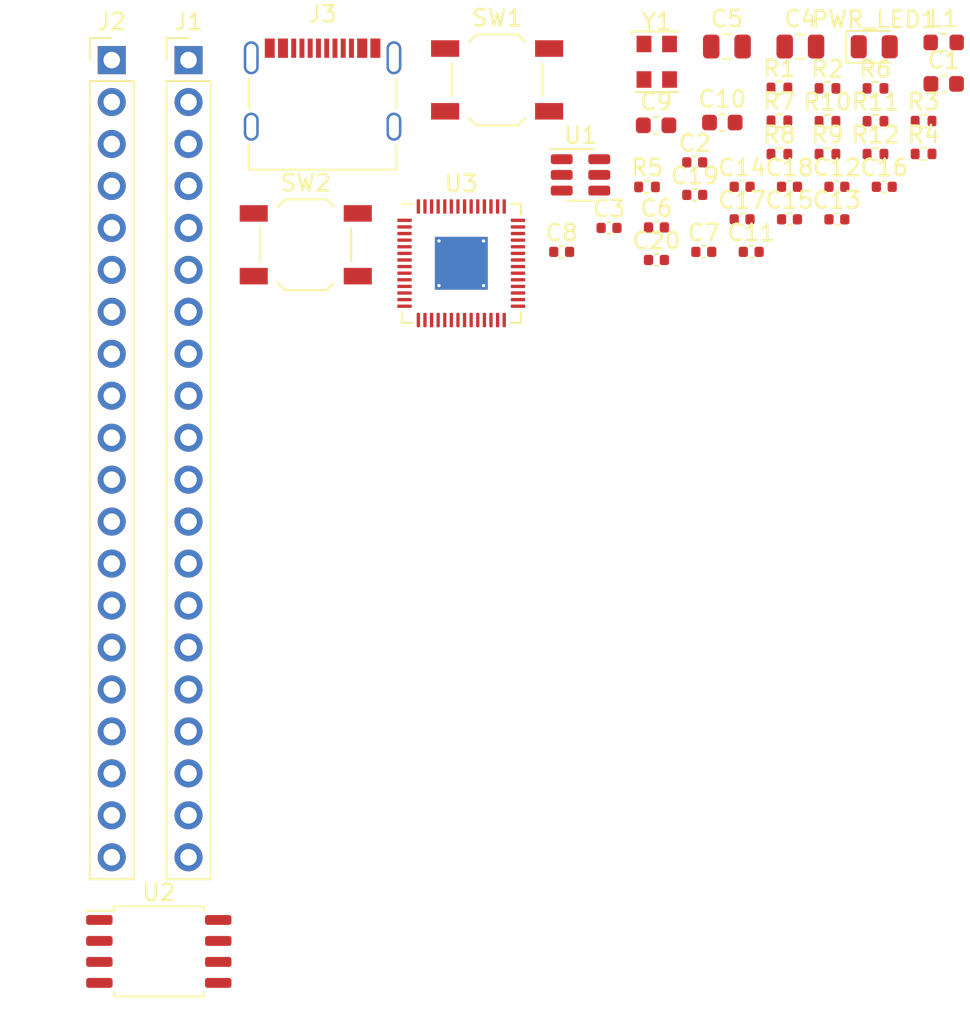
<source format=kicad_pcb>
(kicad_pcb (version 20211014) (generator pcbnew)
  (layers (0 "F.Cu" signal) (31 "B.Cu" signal) (34 "B.Paste" user) (35 "F.Paste" user) (36 "B.SilkS" user "B.Silkscreen") (37 "F.SilkS" user "F.Silkscreen") (38 "B.Mask" user) (39 "F.Mask" user) (44 "Edge.Cuts" user))
  (net 0 "")
  (net 1 "VCC")
  (net 2 "GND")
  (net 3 "Net-(C3-Pad1)")
  (net 4 "Net-(C3-Pad2)")
  (net 5 "+3.3V")
  (net 6 "Net-(C6-Pad1)")
  (net 7 "Net-(C6-Pad2)")
  (net 8 "+1V1")
  (net 9 "XIN")
  (net 10 "Net-(C20-Pad2)")
  (net 11 "GPIO0")
  (net 12 "GPIO1")
  (net 13 "GPIO2")
  (net 14 "GPIO3")
  (net 15 "GPIO4")
  (net 16 "GPIO5")
  (net 17 "GPIO6")
  (net 18 "GPIO7")
  (net 19 "GPIO8")
  (net 20 "GPIO9")
  (net 21 "GPIO10")
  (net 22 "GPIO11")
  (net 23 "GPIO12")
  (net 24 "GPIO13")
  (net 25 "GPIO14")
  (net 26 "GPIO15")
  (net 27 "GPIO16")
  (net 28 "GPIO17")
  (net 29 "GPIO18")
  (net 30 "GPIO19")
  (net 31 "GPIO20")
  (net 32 "GPIO21")
  (net 33 "GPIO22")
  (net 34 "GPIO23")
  (net 35 "GPIO24")
  (net 36 "GPIO25")
  (net 37 "GPIO26")
  (net 38 "GPIO27")
  (net 39 "GPIO28")
  (net 40 "GPIO29")
  (net 41 "RUN")
  (net 42 "SWCLK")
  (net 43 "SWD")
  (net 44 "Net-(J3-PadA5)")
  (net 45 "USB D+")
  (net 46 "USB D-")
  (net 48 "Net-(J3-PadB5)")
  (net 51 "Net-(PWR_LED1-Pad1)")
  (net 52 "/N_USB_D+")
  (net 53 "/N_USB_D-")
  (net 54 "QSPI CS")
  (net 55 "Net-(R8-Pad1)")
  (net 56 "XOUT")
  (net 58 "QSPI SD1")
  (net 59 "QSPI SD2")
  (net 60 "QSPI SD0")
  (net 61 "QSPI CLK")
  (net 62 "QSPI SD3")
  (footprint "Inductor_SMD:L_0603_1608Metric" (layer "F.Cu") (at 384.215 -89.245)
    (fp_text reference "L1" (at 0 -1.43) (layer "F.SilkS"))
    (fp_text value "10µ")
    (fp_line (start -0.162779 0.51) (end 0.162779 0.51) (layer "F.SilkS") (width 0.12))
    (fp_line (start -0.162779 -0.51) (end 0.162779 -0.51) (layer "F.SilkS") (width 0.12))
    (pad "1" smd roundrect (at -0.7875 0) (size 0.875 0.95) (layers "F.Cu" "F.Paste" "F.Mask") (net 3 "Net-(C3-Pad1)"))
    (pad "2" smd roundrect (at 0.7875 0) (size 0.875 0.95) (layers "F.Cu" "F.Paste" "F.Mask") (net 5 "+3.3V"))
  )
  (footprint "Package_DFN_QFN:QFN-56-1EP_7x7mm_P0.4mm_EP3.2x3.2mm_ThermalVias" (layer "F.Cu") (at 354.995 -75.875)
    (fp_text reference "U3" (at 0 -4.82) (layer "F.SilkS"))
    (fp_text value "RP2040")
    (fp_line (start -2.96 3.61) (end -3.61 3.61) (layer "F.SilkS") (width 0.12))
    (fp_line (start 3.61 3.61) (end 3.61 2.96) (layer "F.SilkS") (width 0.12))
    (fp_line (start 3.61 -3.61) (end 3.61 -2.96) (layer "F.SilkS") (width 0.12))
    (fp_line (start -3.61 3.61) (end -3.61 2.96) (layer "F.SilkS") (width 0.12))
    (fp_line (start -2.96 -3.61) (end -3.61 -3.61) (layer "F.SilkS") (width 0.12))
    (fp_line (start 2.96 -3.61) (end 3.61 -3.61) (layer "F.SilkS") (width 0.12))
    (fp_line (start 2.96 3.61) (end 3.61 3.61) (layer "F.SilkS") (width 0.12))
    (pad "1" smd roundrect locked (at -3.4375 -2.6) (size 0.875 0.2) (layers "F.Cu" "F.Paste" "F.Mask") (net 5 "+3.3V"))
    (pad "2" smd roundrect locked (at -3.4375 -2.2) (size 0.875 0.2) (layers "F.Cu" "F.Paste" "F.Mask") (net 11 "GPIO0"))
    (pad "3" smd roundrect locked (at -3.4375 -1.8) (size 0.875 0.2) (layers "F.Cu" "F.Paste" "F.Mask") (net 12 "GPIO1"))
    (pad "4" smd roundrect locked (at -3.4375 -1.4) (size 0.875 0.2) (layers "F.Cu" "F.Paste" "F.Mask") (net 13 "GPIO2"))
    (pad "5" smd roundrect locked (at -3.4375 -1) (size 0.875 0.2) (layers "F.Cu" "F.Paste" "F.Mask") (net 14 "GPIO3"))
    (pad "6" smd roundrect locked (at -3.4375 -0.6) (size 0.875 0.2) (layers "F.Cu" "F.Paste" "F.Mask") (net 15 "GPIO4"))
    (pad "7" smd roundrect locked (at -3.4375 -0.2) (size 0.875 0.2) (layers "F.Cu" "F.Paste" "F.Mask") (net 16 "GPIO5"))
    (pad "8" smd roundrect locked (at -3.4375 0.2) (size 0.875 0.2) (layers "F.Cu" "F.Paste" "F.Mask") (net 17 "GPIO6"))
    (pad "9" smd roundrect locked (at -3.4375 0.6) (size 0.875 0.2) (layers "F.Cu" "F.Paste" "F.Mask") (net 18 "GPIO7"))
    (pad "10" smd roundrect locked (at -3.4375 1) (size 0.875 0.2) (layers "F.Cu" "F.Paste" "F.Mask") (net 5 "+3.3V"))
    (pad "11" smd roundrect locked (at -3.4375 1.4) (size 0.875 0.2) (layers "F.Cu" "F.Paste" "F.Mask") (net 19 "GPIO8"))
    (pad "12" smd roundrect locked (at -3.4375 1.8) (size 0.875 0.2) (layers "F.Cu" "F.Paste" "F.Mask") (net 20 "GPIO9"))
    (pad "13" smd roundrect locked (at -3.4375 2.2) (size 0.875 0.2) (layers "F.Cu" "F.Paste" "F.Mask") (net 21 "GPIO10"))
    (pad "14" smd roundrect locked (at -3.4375 2.6) (size 0.875 0.2) (layers "F.Cu" "F.Paste" "F.Mask") (net 22 "GPIO11"))
    (pad "15" smd roundrect locked (at -2.6 3.4375) (size 0.2 0.875) (layers "F.Cu" "F.Paste" "F.Mask") (net 23 "GPIO12"))
    (pad "16" smd roundrect locked (at -2.2 3.4375) (size 0.2 0.875) (layers "F.Cu" "F.Paste" "F.Mask") (net 24 "GPIO13"))
    (pad "17" smd roundrect locked (at -1.8 3.4375) (size 0.2 0.875) (layers "F.Cu" "F.Paste" "F.Mask") (net 25 "GPIO14"))
    (pad "18" smd roundrect locked (at -1.4 3.4375) (size 0.2 0.875) (layers "F.Cu" "F.Paste" "F.Mask") (net 26 "GPIO15"))
    (pad "19" smd roundrect locked (at -1 3.4375) (size 0.2 0.875) (layers "F.Cu" "F.Paste" "F.Mask") (net 2 "GND"))
    (pad "20" smd roundrect locked (at -0.6 3.4375) (size 0.2 0.875) (layers "F.Cu" "F.Paste" "F.Mask") (net 9 "XIN"))
    (pad "21" smd roundrect locked (at -0.2 3.4375) (size 0.2 0.875) (layers "F.Cu" "F.Paste" "F.Mask") (net 56 "XOUT"))
    (pad "22" smd roundrect locked (at 0.2 3.4375) (size 0.2 0.875) (layers "F.Cu" "F.Paste" "F.Mask") (net 5 "+3.3V"))
    (pad "23" smd roundrect locked (at 0.6 3.4375) (size 0.2 0.875) (layers "F.Cu" "F.Paste" "F.Mask") (net 8 "+1V1"))
    (pad "24" smd roundrect locked (at 1 3.4375) (size 0.2 0.875) (layers "F.Cu" "F.Paste" "F.Mask") (net 42 "SWCLK"))
    (pad "25" smd roundrect locked (at 1.4 3.4375) (size 0.2 0.875) (layers "F.Cu" "F.Paste" "F.Mask") (net 43 "SWD"))
    (pad "26" smd roundrect locked (at 1.8 3.4375) (size 0.2 0.875) (layers "F.Cu" "F.Paste" "F.Mask") (net 41 "RUN"))
    (pad "27" smd roundrect locked (at 2.2 3.4375) (size 0.2 0.875) (layers "F.Cu" "F.Paste" "F.Mask") (net 27 "GPIO16"))
    (pad "28" smd roundrect locked (at 2.6 3.4375) (size 0.2 0.875) (layers "F.Cu" "F.Paste" "F.Mask") (net 28 "GPIO17"))
    (pad "29" smd roundrect locked (at 3.4375 2.6) (size 0.875 0.2) (layers "F.Cu" "F.Paste" "F.Mask") (net 29 "GPIO18"))
    (pad "30" smd roundrect locked (at 3.4375 2.2) (size 0.875 0.2) (layers "F.Cu" "F.Paste" "F.Mask") (net 30 "GPIO19"))
    (pad "31" smd roundrect locked (at 3.4375 1.8) (size 0.875 0.2) (layers "F.Cu" "F.Paste" "F.Mask") (net 31 "GPIO20"))
    (pad "32" smd roundrect locked (at 3.4375 1.4) (size 0.875 0.2) (layers "F.Cu" "F.Paste" "F.Mask") (net 32 "GPIO21"))
    (pad "33" smd roundrect locked (at 3.4375 1) (size 0.875 0.2) (layers "F.Cu" "F.Paste" "F.Mask") (net 5 "+3.3V"))
    (pad "34" smd roundrect locked (at 3.4375 0.6) (size 0.875 0.2) (layers "F.Cu" "F.Paste" "F.Mask") (net 33 "GPIO22"))
    (pad "35" smd roundrect locked (at 3.4375 0.2) (size 0.875 0.2) (layers "F.Cu" "F.Paste" "F.Mask") (net 34 "GPIO23"))
    (pad "36" smd roundrect locked (at 3.4375 -0.2) (size 0.875 0.2) (layers "F.Cu" "F.Paste" "F.Mask") (net 35 "GPIO24"))
    (pad "37" smd roundrect locked (at 3.4375 -0.6) (size 0.875 0.2) (layers "F.Cu" "F.Paste" "F.Mask") (net 36 "GPIO25"))
    (pad "38" smd roundrect locked (at 3.4375 -1) (size 0.875 0.2) (layers "F.Cu" "F.Paste" "F.Mask") (net 37 "GPIO26"))
    (pad "39" smd roundrect locked (at 3.4375 -1.4) (size 0.875 0.2) (layers "F.Cu" "F.Paste" "F.Mask") (net 38 "GPIO27"))
    (pad "40" smd roundrect locked (at 3.4375 -1.8) (size 0.875 0.2) (layers "F.Cu" "F.Paste" "F.Mask") (net 39 "GPIO28"))
    (pad "41" smd roundrect locked (at 3.4375 -2.2) (size 0.875 0.2) (layers "F.Cu" "F.Paste" "F.Mask") (net 40 "GPIO29"))
    (pad "42" smd roundrect locked (at 3.4375 -2.6) (size 0.875 0.2) (layers "F.Cu" "F.Paste" "F.Mask") (net 5 "+3.3V"))
    (pad "43" smd roundrect locked (at 2.6 -3.4375) (size 0.2 0.875) (layers "F.Cu" "F.Paste" "F.Mask") (net 5 "+3.3V"))
    (pad "44" smd roundrect locked (at 2.2 -3.4375) (size 0.2 0.875) (layers "F.Cu" "F.Paste" "F.Mask") (net 5 "+3.3V"))
    (pad "45" smd roundrect locked (at 1.8 -3.4375) (size 0.2 0.875) (layers "F.Cu" "F.Paste" "F.Mask") (net 8 "+1V1"))
    (pad "46" smd roundrect locked (at 1.4 -3.4375) (size 0.2 0.875) (layers "F.Cu" "F.Paste" "F.Mask") (net 53 "/N_USB_D-"))
    (pad "47" smd roundrect locked (at 1 -3.4375) (size 0.2 0.875) (layers "F.Cu" "F.Paste" "F.Mask") (net 52 "/N_USB_D+"))
    (pad "48" smd roundrect locked (at 0.6 -3.4375) (size 0.2 0.875) (layers "F.Cu" "F.Paste" "F.Mask") (net 5 "+3.3V"))
    (pad "49" smd roundrect locked (at 0.2 -3.4375) (size 0.2 0.875) (layers "F.Cu" "F.Paste" "F.Mask") (net 5 "+3.3V"))
    (pad "50" smd roundrect locked (at -0.2 -3.4375) (size 0.2 0.875) (layers "F.Cu" "F.Paste" "F.Mask") (net 8 "+1V1"))
    (pad "51" smd roundrect locked (at -0.6 -3.4375) (size 0.2 0.875) (layers "F.Cu" "F.Paste" "F.Mask") (net 62 "QSPI SD3"))
    (pad "52" smd roundrect locked (at -1 -3.4375) (size 0.2 0.875) (layers "F.Cu" "F.Paste" "F.Mask") (net 61 "QSPI CLK"))
    (pad "53" smd roundrect locked (at -1.4 -3.4375) (size 0.2 0.875) (layers "F.Cu" "F.Paste" "F.Mask") (net 60 "QSPI SD0"))
    (pad "54" smd roundrect locked (at -1.8 -3.4375) (size 0.2 0.875) (layers "F.Cu" "F.Paste" "F.Mask") (net 59 "QSPI SD2"))
    (pad "55" smd roundrect locked (at -2.2 -3.4375) (size 0.2 0.875) (layers "F.Cu" "F.Paste" "F.Mask") (net 58 "QSPI SD1"))
    (pad "56" smd roundrect locked (at -2.6 -3.4375) (size 0.2 0.875) (layers "F.Cu" "F.Paste" "F.Mask") (net 54 "QSPI CS"))
    (pad "57" thru_hole circle locked (at 1.35 -1.35) (size 0.5 0.5) (drill 0.2) (layers *.Cu) (net 2 "GND"))
    (pad "57" thru_hole circle locked (at 1.35 1.35) (size 0.5 0.5) (drill 0.2) (layers *.Cu) (net 2 "GND"))
    (pad "57" thru_hole circle locked (at -1.35 1.35) (size 0.5 0.5) (drill 0.2) (layers *.Cu) (net 2 "GND"))
    (pad "57" smd rect locked (at 0 0) (size 3.2 3.2) (layers "F.Cu" "F.Mask") (net 2 "GND"))
    (pad "57" thru_hole circle locked (at -1.35 -1.35) (size 0.5 0.5) (drill 0.2) (layers *.Cu) (net 2 "GND"))
    (pad "57" smd rect locked (at 0 0) (size 3.2 3.2) (layers "B.Cu") (net 2 "GND"))
  )
  (footprint "Capacitor_SMD:C_0603_1608Metric" (layer "F.Cu") (at 366.795 -84.225)
    (fp_text reference "C9" (at 0 -1.43) (layer "F.SilkS"))
    (fp_text value "1µ")
    (fp_line (start -0.14058 0.51) (end 0.14058 0.51) (layer "F.SilkS") (width 0.12))
    (fp_line (start -0.14058 -0.51) (end 0.14058 -0.51) (layer "F.SilkS") (width 0.12))
    (pad "1" smd roundrect (at -0.775 0) (size 0.9 0.95) (layers "F.Cu" "F.Paste" "F.Mask") (net 8 "+1V1"))
    (pad "2" smd roundrect (at 0.775 0) (size 0.9 0.95) (layers "F.Cu" "F.Paste" "F.Mask") (net 2 "GND"))
  )
  (footprint "Package_SO:SOIC-8_5.23x5.23mm_P1.27mm" (layer "F.Cu") (at 336.675 -34.215)
    (fp_text reference "U2" (at 0 -3.56) (layer "F.SilkS"))
    (fp_text value "W25Q128JVSIQ")
    (fp_line (start 0 2.725) (end 2.725 2.725) (layer "F.SilkS") (width 0.12))
    (fp_line (start 2.725 -2.725) (end 2.725 -2.465) (layer "F.SilkS") (width 0.12))
    (fp_line (start -2.725 -2.725) (end -2.725 -2.465) (layer "F.SilkS") (width 0.12))
    (fp_line (start 0 2.725) (end -2.725 2.725) (layer "F.SilkS") (width 0.12))
    (fp_line (start 2.725 2.725) (end 2.725 2.465) (layer "F.SilkS") (width 0.12))
    (fp_line (start 0 -2.725) (end 2.725 -2.725) (layer "F.SilkS") (width 0.12))
    (fp_line (start -2.725 -2.465) (end -4.4 -2.465) (layer "F.SilkS") (width 0.12))
    (fp_line (start -2.725 2.725) (end -2.725 2.465) (layer "F.SilkS") (width 0.12))
    (fp_line (start 0 -2.725) (end -2.725 -2.725) (layer "F.SilkS") (width 0.12))
    (pad "1" smd roundrect (at -3.6 -1.905) (size 1.6 0.6) (layers "F.Cu" "F.Paste" "F.Mask") (net 54 "QSPI CS"))
    (pad "2" smd roundrect (at -3.6 -0.635) (size 1.6 0.6) (layers "F.Cu" "F.Paste" "F.Mask") (net 58 "QSPI SD1"))
    (pad "3" smd roundrect (at -3.6 0.635) (size 1.6 0.6) (layers "F.Cu" "F.Paste" "F.Mask") (net 59 "QSPI SD2"))
    (pad "4" smd roundrect (at -3.6 1.905) (size 1.6 0.6) (layers "F.Cu" "F.Paste" "F.Mask") (net 2 "GND"))
    (pad "5" smd roundrect (at 3.6 1.905) (size 1.6 0.6) (layers "F.Cu" "F.Paste" "F.Mask") (net 60 "QSPI SD0"))
    (pad "6" smd roundrect (at 3.6 0.635) (size 1.6 0.6) (layers "F.Cu" "F.Paste" "F.Mask") (net 61 "QSPI CLK"))
    (pad "7" smd roundrect (at 3.6 -0.635) (size 1.6 0.6) (layers "F.Cu" "F.Paste" "F.Mask") (net 62 "QSPI SD3"))
    (pad "8" smd roundrect (at 3.6 -1.905) (size 1.6 0.6) (layers "F.Cu" "F.Paste" "F.Mask") (net 5 "+3.3V"))
  )
  (footprint "Capacitor_SMD:C_0402_1005Metric" (layer "F.Cu") (at 374.875 -78.535)
    (fp_text reference "C15" (at 0 -1.16) (layer "F.SilkS"))
    (fp_text value "100n")
    (fp_line (start -0.107836 -0.36) (end 0.107836 -0.36) (layer "F.SilkS") (width 0.12))
    (fp_line (start -0.107836 0.36) (end 0.107836 0.36) (layer "F.SilkS") (width 0.12))
    (pad "1" smd roundrect (at -0.48 0) (size 0.56 0.62) (layers "F.Cu" "F.Paste" "F.Mask") (net 5 "+3.3V"))
    (pad "2" smd roundrect (at 0.48 0) (size 0.56 0.62) (layers "F.Cu" "F.Paste" "F.Mask") (net 2 "GND"))
  )
  (footprint "LED_SMD:LED_0805_2012Metric" (layer "F.Cu") (at 380.005 -88.98)
    (fp_text reference "PWR_LED1" (at 0 -1.65) (layer "F.SilkS"))
    (fp_text value "RED")
    (fp_line (start 1 -0.96) (end -1.685 -0.96) (layer "F.SilkS") (width 0.12))
    (fp_line (start -1.685 -0.96) (end -1.685 0.96) (layer "F.SilkS") (width 0.12))
    (fp_line (start -1.685 0.96) (end 1 0.96) (layer "F.SilkS") (width 0.12))
    (pad "1" smd roundrect (at -0.9375 0) (size 0.975 1.4) (layers "F.Cu" "F.Paste" "F.Mask") (net 51 "Net-(PWR_LED1-Pad1)"))
    (pad "2" smd roundrect (at 0.9375 0) (size 0.975 1.4) (layers "F.Cu" "F.Paste" "F.Mask") (net 1 "VCC"))
  )
  (footprint "Resistor_SMD:R_0402_1005Metric" (layer "F.Cu") (at 377.175 -86.465)
    (fp_text reference "R2" (at 0 -1.17) (layer "F.SilkS"))
    (fp_text value "100k")
    (fp_line (start -0.153641 0.38) (end 0.153641 0.38) (layer "F.SilkS") (width 0.12))
    (fp_line (start -0.153641 -0.38) (end 0.153641 -0.38) (layer "F.SilkS") (width 0.12))
    (pad "1" smd roundrect (at -0.51 0) (size 0.54 0.64) (layers "F.Cu" "F.Paste" "F.Mask") (net 6 "Net-(C6-Pad1)"))
    (pad "2" smd roundrect (at 0.51 0) (size 0.54 0.64) (layers "F.Cu" "F.Paste" "F.Mask") (net 7 "Net-(C6-Pad2)"))
  )
  (footprint "Capacitor_SMD:C_0402_1005Metric" (layer "F.Cu") (at 363.945 -78.015)
    (fp_text reference "C3" (at 0 -1.16) (layer "F.SilkS"))
    (fp_text value "100n")
    (fp_line (start -0.107836 -0.36) (end 0.107836 -0.36) (layer "F.SilkS") (width 0.12))
    (fp_line (start -0.107836 0.36) (end 0.107836 0.36) (layer "F.SilkS") (width 0.12))
    (pad "1" smd roundrect (at -0.48 0) (size 0.56 0.62) (layers "F.Cu" "F.Paste" "F.Mask") (net 3 "Net-(C3-Pad1)"))
    (pad "2" smd roundrect (at 0.48 0) (size 0.56 0.62) (layers "F.Cu" "F.Paste" "F.Mask") (net 4 "Net-(C3-Pad2)"))
  )
  (footprint "Resistor_SMD:R_0402_1005Metric" (layer "F.Cu") (at 374.265 -84.505)
    (fp_text reference "R7" (at 0 -1.17) (layer "F.SilkS"))
    (fp_text value "10k")
    (fp_line (start -0.153641 0.38) (end 0.153641 0.38) (layer "F.SilkS") (width 0.12))
    (fp_line (start -0.153641 -0.38) (end 0.153641 -0.38) (layer "F.SilkS") (width 0.12))
    (pad "1" smd roundrect (at -0.51 0) (size 0.54 0.64) (layers "F.Cu" "F.Paste" "F.Mask") (net 54 "QSPI CS"))
    (pad "2" smd roundrect (at 0.51 0) (size 0.54 0.64) (layers "F.Cu" "F.Paste" "F.Mask") (net 5 "+3.3V"))
  )
  (footprint "Resistor_SMD:R_0402_1005Metric" (layer "F.Cu") (at 380.085 -84.475)
    (fp_text reference "R11" (at 0 -1.17) (layer "F.SilkS"))
    (fp_text value "5.1k")
    (fp_line (start -0.153641 0.38) (end 0.153641 0.38) (layer "F.SilkS") (width 0.12))
    (fp_line (start -0.153641 -0.38) (end 0.153641 -0.38) (layer "F.SilkS") (width 0.12))
    (pad "1" smd roundrect (at -0.51 0) (size 0.54 0.64) (layers "F.Cu" "F.Paste" "F.Mask") (net 44 "Net-(J3-PadA5)"))
    (pad "2" smd roundrect (at 0.51 0) (size 0.54 0.64) (layers "F.Cu" "F.Paste" "F.Mask") (net 2 "GND"))
  )
  (footprint "Resistor_SMD:R_0402_1005Metric" (layer "F.Cu") (at 366.245 -80.495)
    (fp_text reference "R5" (at 0 -1.17) (layer "F.SilkS"))
    (fp_text value "27.4")
    (fp_line (start -0.153641 -0.38) (end 0.153641 -0.38) (layer "F.SilkS") (width 0.12))
    (fp_line (start -0.153641 0.38) (end 0.153641 0.38) (layer "F.SilkS") (width 0.12))
    (pad "1" smd roundrect (at -0.51 0) (size 0.54 0.64) (layers "F.Cu" "F.Paste" "F.Mask") (net 52 "/N_USB_D+"))
    (pad "2" smd roundrect (at 0.51 0) (size 0.54 0.64) (layers "F.Cu" "F.Paste" "F.Mask") (net 45 "USB D+"))
  )
  (footprint "Resistor_SMD:R_0402_1005Metric" (layer "F.Cu") (at 374.265 -82.485)
    (fp_text reference "R8" (at 0 -1.17) (layer "F.SilkS"))
    (fp_text value "1k")
    (fp_line (start -0.153641 -0.38) (end 0.153641 -0.38) (layer "F.SilkS") (width 0.12))
    (fp_line (start -0.153641 0.38) (end 0.153641 0.38) (layer "F.SilkS") (width 0.12))
    (pad "1" smd roundrect (at -0.51 0) (size 0.54 0.64) (layers "F.Cu" "F.Paste" "F.Mask") (net 55 "Net-(R8-Pad1)"))
    (pad "2" smd roundrect (at 0.51 0) (size 0.54 0.64) (layers "F.Cu" "F.Paste" "F.Mask") (net 54 "QSPI CS"))
  )
  (footprint "Capacitor_SMD:C_0402_1005Metric" (layer "F.Cu") (at 380.615 -80.505)
    (fp_text reference "C16" (at 0 -1.16) (layer "F.SilkS"))
    (fp_text value "100n")
    (fp_line (start -0.107836 0.36) (end 0.107836 0.36) (layer "F.SilkS") (width 0.12))
    (fp_line (start -0.107836 -0.36) (end 0.107836 -0.36) (layer "F.SilkS") (width 0.12))
    (pad "1" smd roundrect (at -0.48 0) (size 0.56 0.62) (layers "F.Cu" "F.Paste" "F.Mask") (net 5 "+3.3V"))
    (pad "2" smd roundrect (at 0.48 0) (size 0.56 0.62) (layers "F.Cu" "F.Paste" "F.Mask") (net 2 "GND"))
  )
  (footprint "Capacitor_SMD:C_0402_1005Metric" (layer "F.Cu") (at 372.005 -78.535)
    (fp_text reference "C17" (at 0 -1.16) (layer "F.SilkS"))
    (fp_text value "100n")
    (fp_line (start -0.107836 0.36) (end 0.107836 0.36) (layer "F.SilkS") (width 0.12))
    (fp_line (start -0.107836 -0.36) (end 0.107836 -0.36) (layer "F.SilkS") (width 0.12))
    (pad "1" smd roundrect (at -0.48 0) (size 0.56 0.62) (layers "F.Cu" "F.Paste" "F.Mask") (net 5 "+3.3V"))
    (pad "2" smd roundrect (at 0.48 0) (size 0.56 0.62) (layers "F.Cu" "F.Paste" "F.Mask") (net 2 "GND"))
  )
  (footprint "Connector_PinHeader_2.54mm:PinHeader_1x20_P2.54mm_Vertical" (layer "F.Cu") (at 338.475 -88.175)
    (fp_text reference "J1" (at 0 -2.33) (layer "F.SilkS"))
    (fp_text value "Conn_01x20_Male")
    (fp_line (start -1.33 -1.33) (end 0 -1.33) (layer "F.SilkS") (width 0.12))
    (fp_line (start -1.33 1.27) (end -1.33 49.59) (layer "F.SilkS") (width 0.12))
    (fp_line (start -1.33 0) (end -1.33 -1.33) (layer "F.SilkS") (width 0.12))
    (fp_line (start -1.33 1.27) (end 1.33 1.27) (layer "F.SilkS") (width 0.12))
    (fp_line (start 1.33 1.27) (end 1.33 49.59) (layer "F.SilkS") (width 0.12))
    (fp_line (start -1.33 49.59) (end 1.33 49.59) (layer "F.SilkS") (width 0.12))
    (pad "1" thru_hole rect (at 0 0) (size 1.7 1.7) (drill 1) (layers *.Cu *.Mask) (net 11 "GPIO0"))
    (pad "2" thru_hole oval (at 0 2.54) (size 1.7 1.7) (drill 1) (layers *.Cu *.Mask) (net 12 "GPIO1"))
    (pad "3" thru_hole oval (at 0 5.08) (size 1.7 1.7) (drill 1) (layers *.Cu *.Mask) (net 13 "GPIO2"))
    (pad "4" thru_hole oval (at 0 7.62) (size 1.7 1.7) (drill 1) (layers *.Cu *.Mask) (net 14 "GPIO3"))
    (pad "5" thru_hole oval (at 0 10.16) (size 1.7 1.7) (drill 1) (layers *.Cu *.Mask) (net 15 "GPIO4"))
    (pad "6" thru_hole oval (at 0 12.7) (size 1.7 1.7) (drill 1) (layers *.Cu *.Mask) (net 16 "GPIO5"))
    (pad "7" thru_hole oval (at 0 15.24) (size 1.7 1.7) (drill 1) (layers *.Cu *.Mask) (net 17 "GPIO6"))
    (pad "8" thru_hole oval (at 0 17.78) (size 1.7 1.7) (drill 1) (layers *.Cu *.Mask) (net 18 "GPIO7"))
    (pad "9" thru_hole oval (at 0 20.32) (size 1.7 1.7) (drill 1) (layers *.Cu *.Mask) (net 2 "GND"))
    (pad "10" thru_hole oval (at 0 22.86) (size 1.7 1.7) (drill 1) (layers *.Cu *.Mask) (net 5 "+3.3V"))
    (pad "11" thru_hole oval (at 0 25.4) (size 1.7 1.7) (drill 1) (layers *.Cu *.Mask) (net 19 "GPIO8"))
    (pad "12" thru_hole oval (at 0 27.94) (size 1.7 1.7) (drill 1) (layers *.Cu *.Mask) (net 20 "GPIO9"))
    (pad "13" thru_hole oval (at 0 30.48) (size 1.7 1.7) (drill 1) (layers *.Cu *.Mask) (net 21 "GPIO10"))
    (pad "14" thru_hole oval (at 0 33.02) (size 1.7 1.7) (drill 1) (layers *.Cu *.Mask) (net 22 "GPIO11"))
    (pad "15" thru_hole oval (at 0 35.56) (size 1.7 1.7) (drill 1) (layers *.Cu *.Mask) (net 23 "GPIO12"))
    (pad "16" thru_hole oval (at 0 38.1) (size 1.7 1.7) (drill 1) (layers *.Cu *.Mask) (net 24 "GPIO13"))
    (pad "17" thru_hole oval (at 0 40.64) (size 1.7 1.7) (drill 1) (layers *.Cu *.Mask) (net 25 "GPIO14"))
    (pad "18" thru_hole oval (at 0 43.18) (size 1.7 1.7) (drill 1) (layers *.Cu *.Mask) (net 26 "GPIO15"))
    (pad "19" thru_hole oval (at 0 45.72) (size 1.7 1.7) (drill 1) (layers *.Cu *.Mask) (net 2 "GND"))
    (pad "20" thru_hole oval (at 0 48.26) (size 1.7 1.7) (drill 1) (layers *.Cu *.Mask) (net 5 "+3.3V"))
  )
  (footprint "Capacitor_SMD:C_0402_1005Metric" (layer "F.Cu") (at 361.075 -76.565)
    (fp_text reference "C8" (at 0 -1.16) (layer "F.SilkS"))
    (fp_text value "100n")
    (fp_line (start -0.107836 -0.36) (end 0.107836 -0.36) (layer "F.SilkS") (width 0.12))
    (fp_line (start -0.107836 0.36) (end 0.107836 0.36) (layer "F.SilkS") (width 0.12))
    (pad "1" smd roundrect (at -0.48 0) (size 0.56 0.62) (layers "F.Cu" "F.Paste" "F.Mask") (net 8 "+1V1"))
    (pad "2" smd roundrect (at 0.48 0) (size 0.56 0.62) (layers "F.Cu" "F.Paste" "F.Mask") (net 2 "GND"))
  )
  (footprint "Button_Switch_SMD:SW_SPST_TL3342" (layer "F.Cu") (at 357.165 -86.975)
    (fp_text reference "SW1" (at 0 -3.75) (layer "F.SilkS"))
    (fp_text value "SW_Push")
    (fp_line (start -1.7 -2.3) (end -1.25 -2.75) (layer "F.SilkS") (width 0.12))
    (fp_line (start 1.7 2.3) (end 1.25 2.75) (layer "F.SilkS") (width 0.12))
    (fp_line (start 1.7 -2.3) (end 1.25 -2.75) (layer "F.SilkS") (width 0.12))
    (fp_line (start -1.25 2.75) (end 1.25 2.75) (layer "F.SilkS") (width 0.12))
    (fp_line (start 2.75 -1) (end 2.75 1) (layer "F.SilkS") (width 0.12))
    (fp_line (start -1.7 2.3) (end -1.25 2.75) (layer "F.SilkS") (width 0.12))
    (fp_line (start -1.25 -2.75) (end 1.25 -2.75) (layer "F.SilkS") (width 0.12))
    (fp_line (start -2.75 -1) (end -2.75 1) (layer "F.SilkS") (width 0.12))
    (pad "1" smd rect (at 3.15 -1.9) (size 1.7 1) (layers "F.Cu" "F.Paste" "F.Mask") (net 2 "GND"))
    (pad "1" smd rect (at -3.15 -1.9) (size 1.7 1) (layers "F.Cu" "F.Paste" "F.Mask") (net 2 "GND"))
    (pad "2" smd rect (at -3.15 1.9) (size 1.7 1) (layers "F.Cu" "F.Paste" "F.Mask") (net 55 "Net-(R8-Pad1)"))
    (pad "2" smd rect (at 3.15 1.9) (size 1.7 1) (layers "F.Cu" "F.Paste" "F.Mask") (net 55 "Net-(R8-Pad1)"))
  )
  (footprint "Capacitor_SMD:C_0402_1005Metric" (layer "F.Cu") (at 369.135 -80.015)
    (fp_text reference "C19" (at 0 -1.16) (layer "F.SilkS"))
    (fp_text value "27p")
    (fp_line (start -0.107836 0.36) (end 0.107836 0.36) (layer "F.SilkS") (width 0.12))
    (fp_line (start -0.107836 -0.36) (end 0.107836 -0.36) (layer "F.SilkS") (width 0.12))
    (pad "1" smd roundrect (at -0.48 0) (size 0.56 0.62) (layers "F.Cu" "F.Paste" "F.Mask") (net 2 "GND"))
    (pad "2" smd roundrect (at 0.48 0) (size 0.56 0.62) (layers "F.Cu" "F.Paste" "F.Mask") (net 9 "XIN"))
  )
  (footprint "Capacitor_SMD:C_0603_1608Metric" (layer "F.Cu") (at 370.805 -84.395)
    (fp_text reference "C10" (at 0 -1.43) (layer "F.SilkS"))
    (fp_text value "1µ")
    (fp_line (start -0.14058 0.51) (end 0.14058 0.51) (layer "F.SilkS") (width 0.12))
    (fp_line (start -0.14058 -0.51) (end 0.14058 -0.51) (layer "F.SilkS") (width 0.12))
    (pad "1" smd roundrect (at -0.775 0) (size 0.9 0.95) (layers "F.Cu" "F.Paste" "F.Mask") (net 5 "+3.3V"))
    (pad "2" smd roundrect (at 0.775 0) (size 0.9 0.95) (layers "F.Cu" "F.Paste" "F.Mask") (net 2 "GND"))
  )
  (footprint "Capacitor_SMD:C_0402_1005Metric" (layer "F.Cu") (at 372.555 -76.565)
    (fp_text reference "C11" (at 0 -1.16) (layer "F.SilkS"))
    (fp_text value "100n")
    (fp_line (start -0.107836 -0.36) (end 0.107836 -0.36) (layer "F.SilkS") (width 0.12))
    (fp_line (start -0.107836 0.36) (end 0.107836 0.36) (layer "F.SilkS") (width 0.12))
    (pad "1" smd roundrect (at -0.48 0) (size 0.56 0.62) (layers "F.Cu" "F.Paste" "F.Mask") (net 5 "+3.3V"))
    (pad "2" smd roundrect (at 0.48 0) (size 0.56 0.62) (layers "F.Cu" "F.Paste" "F.Mask") (net 2 "GND"))
  )
  (footprint "Capacitor_SMD:C_0402_1005Metric" (layer "F.Cu") (at 366.815 -78.045)
    (fp_text reference "C6" (at 0 -1.16) (layer "F.SilkS"))
    (fp_text value "56p")
    (fp_line (start -0.107836 0.36) (end 0.107836 0.36) (layer "F.SilkS") (width 0.12))
    (fp_line (start -0.107836 -0.36) (end 0.107836 -0.36) (layer "F.SilkS") (width 0.12))
    (pad "1" smd roundrect (at -0.48 0) (size 0.56 0.62) (layers "F.Cu" "F.Paste" "F.Mask") (net 6 "Net-(C6-Pad1)"))
    (pad "2" smd roundrect (at 0.48 0) (size 0.56 0.62) (layers "F.Cu" "F.Paste" "F.Mask") (net 7 "Net-(C6-Pad2)"))
  )
  (footprint "Capacitor_SMD:C_0402_1005Metric" (layer "F.Cu") (at 374.875 -80.505)
    (fp_text reference "C18" (at 0 -1.16) (layer "F.SilkS"))
    (fp_text value "100n")
    (fp_line (start -0.107836 0.36) (end 0.107836 0.36) (layer "F.SilkS") (width 0.12))
    (fp_line (start -0.107836 -0.36) (end 0.107836 -0.36) (layer "F.SilkS") (width 0.12))
    (pad "1" smd roundrect (at -0.48 0) (size 0.56 0.62) (layers "F.Cu" "F.Paste" "F.Mask") (net 2 "GND"))
    (pad "2" smd roundrect (at 0.48 0) (size 0.56 0.62) (layers "F.Cu" "F.Paste" "F.Mask") (net 5 "+3.3V"))
  )
  (footprint "Capacitor_SMD:C_0402_1005Metric" (layer "F.Cu") (at 369.685 -76.565)
    (fp_text reference "C7" (at 0 -1.16) (layer "F.SilkS"))
    (fp_text value "100n")
    (fp_line (start -0.107836 0.36) (end 0.107836 0.36) (layer "F.SilkS") (width 0.12))
    (fp_line (start -0.107836 -0.36) (end 0.107836 -0.36) (layer "F.SilkS") (width 0.12))
    (pad "1" smd roundrect (at -0.48 0) (size 0.56 0.62) (layers "F.Cu" "F.Paste" "F.Mask") (net 8 "+1V1"))
    (pad "2" smd roundrect (at 0.48 0) (size 0.56 0.62) (layers "F.Cu" "F.Paste" "F.Mask") (net 2 "GND"))
  )
  (footprint "Capacitor_SMD:C_0805_2012Metric" (layer "F.Cu") (at 371.085 -88.995)
    (fp_text reference "C5" (at 0 -1.68) (layer "F.SilkS"))
    (fp_text value "22µ")
    (fp_line (start -0.261252 0.735) (end 0.261252 0.735) (layer "F.SilkS") (width 0.12))
    (fp_line (start -0.261252 -0.735) (end 0.261252 -0.735) (layer "F.SilkS") (width 0.12))
    (pad "1" smd roundrect (at -0.95 0) (size 1 1.45) (layers "F.Cu" "F.Paste" "F.Mask") (net 5 "+3.3V"))
    (pad "2" smd roundrect (at 0.95 0) (size 1 1.45) (layers "F.Cu" "F.Paste" "F.Mask") (net 2 "GND"))
  )
  (footprint "Connector_PinHeader_2.54mm:PinHeader_1x20_P2.54mm_Vertical" (layer "F.Cu") (at 333.825 -88.175)
    (fp_text reference "J2" (at 0 -2.33) (layer "F.SilkS"))
    (fp_text value "Conn_01x20_Male")
    (fp_line (start -1.33 -1.33) (end 0 -1.33) (layer "F.SilkS") (width 0.12))
    (fp_line (start -1.33 1.27) (end -1.33 49.59) (layer "F.SilkS") (width 0.12))
    (fp_line (start 1.33 1.27) (end 1.33 49.59) (layer "F.SilkS") (width 0.12))
    (fp_line (start -1.33 1.27) (end 1.33 1.27) (layer "F.SilkS") (width 0.12))
    (fp_line (start -1.33 0) (end -1.33 -1.33) (layer "F.SilkS") (width 0.12))
    (fp_line (start -1.33 49.59) (end 1.33 49.59) (layer "F.SilkS") (width 0.12))
    (pad "1" thru_hole rect (at 0 0) (size 1.7 1.7) (drill 1) (layers *.Cu *.Mask) (net 27 "GPIO16"))
    (pad "2" thru_hole oval (at 0 2.54) (size 1.7 1.7) (drill 1) (layers *.Cu *.Mask) (net 28 "GPIO17"))
    (pad "3" thru_hole oval (at 0 5.08) (size 1.7 1.7) (drill 1) (layers *.Cu *.Mask) (net 29 "GPIO18"))
    (pad "4" thru_hole oval (at 0 7.62) (size 1.7 1.7) (drill 1) (layers *.Cu *.Mask) (net 30 "GPIO19"))
    (pad "5" thru_hole oval (at 0 10.16) (size 1.7 1.7) (drill 1) (layers *.Cu *.Mask) (net 31 "GPIO20"))
    (pad "6" thru_hole oval (at 0 12.7) (size 1.7 1.7) (drill 1) (layers *.Cu *.Mask) (net 32 "GPIO21"))
    (pad "7" thru_hole oval (at 0 15.24) (size 1.7 1.7) (drill 1) (layers *.Cu *.Mask) (net 33 "GPIO22"))
    (pad "8" thru_hole oval (at 0 17.78) (size 1.7 1.7) (drill 1) (layers *.Cu *.Mask) (net 34 "GPIO23"))
    (pad "9" thru_hole oval (at 0 20.32) (size 1.7 1.7) (drill 1) (layers *.Cu *.Mask) (net 2 "GND"))
    (pad "10" thru_hole oval (at 0 22.86) (size 1.7 1.7) (drill 1) (layers *.Cu *.Mask) (net 5 "+3.3V"))
    (pad "11" thru_hole oval (at 0 25.4) (size 1.7 1.7) (drill 1) (layers *.Cu *.Mask) (net 35 "GPIO24"))
    (pad "12" thru_hole oval (at 0 27.94) (size 1.7 1.7) (drill 1) (layers *.Cu *.Mask) (net 36 "GPIO25"))
    (pad "13" thru_hole oval (at 0 30.48) (size 1.7 1.7) (drill 1) (layers *.Cu *.Mask) (net 37 "GPIO26"))
    (pad "14" thru_hole oval (at 0 33.02) (size 1.7 1.7) (drill 1) (layers *.Cu *.Mask) (net 38 "GPIO27"))
    (pad "15" thru_hole oval (at 0 35.56) (size 1.7 1.7) (drill 1) (layers *.Cu *.Mask) (net 39 "GPIO28"))
    (pad "16" thru_hole oval (at 0 38.1) (size 1.7 1.7) (drill 1) (layers *.Cu *.Mask) (net 40 "GPIO29"))
    (pad "17" thru_hole oval (at 0 40.64) (size 1.7 1.7) (drill 1) (layers *.Cu *.Mask) (net 41 "RUN"))
    (pad "18" thru_hole oval (at 0 43.18) (size 1.7 1.7) (drill 1) (layers *.Cu *.Mask) (net 42 "SWCLK"))
    (pad "19" thru_hole oval (at 0 45.72) (size 1.7 1.7) (drill 1) (layers *.Cu *.Mask) (net 2 "GND"))
    (pad "20" thru_hole oval (at 0 48.26) (size 1.7 1.7) (drill 1) (layers *.Cu *.Mask) (net 43 "SWD"))
  )
  (footprint "Resistor_SMD:R_0402_1005Metric" (layer "F.Cu") (at 380.085 -82.485)
    (fp_text reference "R12" (at 0 -1.17) (layer "F.SilkS"))
    (fp_text value "1k")
    (fp_line (start -0.153641 0.38) (end 0.153641 0.38) (layer "F.SilkS") (width 0.12))
    (fp_line (start -0.153641 -0.38) (end 0.153641 -0.38) (layer "F.SilkS") (width 0.12))
    (pad "1" smd roundrect (at -0.51 0) (size 0.54 0.64) (layers "F.Cu" "F.Paste" "F.Mask") (net 10 "Net-(C20-Pad2)"))
    (pad "2" smd roundrect (at 0.51 0) (size 0.54 0.64) (layers "F.Cu" "F.Paste" "F.Mask") (net 56 "XOUT"))
  )
  (footprint "Button_Switch_SMD:SW_SPST_TL3342" (layer "F.Cu") (at 345.575 -76.995)
    (fp_text reference "SW2" (at 0 -3.75) (layer "F.SilkS"))
    (fp_text value "SW_Push")
    (fp_line (start -1.25 -2.75) (end 1.25 -2.75) (layer "F.SilkS") (width 0.12))
    (fp_line (start -1.25 2.75) (end 1.25 2.75) (layer "F.SilkS") (width 0.12))
    (fp_line (start 1.7 -2.3) (end 1.25 -2.75) (layer "F.SilkS") (width 0.12))
    (fp_line (start -2.75 -1) (end -2.75 1) (layer "F.SilkS") (width 0.12))
    (fp_line (start 1.7 2.3) (end 1.25 2.75) (layer "F.SilkS") (width 0.12))
    (fp_line (start -1.7 2.3) (end -1.25 2.75) (layer "F.SilkS") (width 0.12))
    (fp_line (start -1.7 -2.3) (end -1.25 -2.75) (layer "F.SilkS") (width 0.12))
    (fp_line (start 2.75 -1) (end 2.75 1) (layer "F.SilkS") (width 0.12))
    (pad "1" smd rect (at -3.15 -1.9) (size 1.7 1) (layers "F.Cu" "F.Paste" "F.Mask") (net 2 "GND"))
    (pad "1" smd rect (at 3.15 -1.9) (size 1.7 1) (layers "F.Cu" "F.Paste" "F.Mask") (net 2 "GND"))
    (pad "2" smd rect (at 3.15 1.9) (size 1.7 1) (layers "F.Cu" "F.Paste" "F.Mask") (net 41 "RUN"))
    (pad "2" smd rect (at -3.15 1.9) (size 1.7 1) (layers "F.Cu" "F.Paste" "F.Mask") (net 41 "RUN"))
  )
  (footprint "Resistor_SMD:R_0402_1005Metric" (layer "F.Cu") (at 377.175 -84.475)
    (fp_text reference "R10" (at 0 -1.17) (layer "F.SilkS"))
    (fp_text value "5.1k")
    (fp_line (start -0.153641 0.38) (end 0.153641 0.38) (layer "F.SilkS") (width 0.12))
    (fp_line (start -0.153641 -0.38) (end 0.153641 -0.38) (layer "F.SilkS") (width 0.12))
    (pad "1" smd roundrect (at -0.51 0) (size 0.54 0.64) (layers "F.Cu" "F.Paste" "F.Mask") (net 48 "Net-(J3-PadB5)"))
    (pad "2" smd roundrect (at 0.51 0) (size 0.54 0.64) (layers "F.Cu" "F.Paste" "F.Mask") (net 2 "GND"))
  )
  (footprint "Capacitor_SMD:C_0805_2012Metric" (layer "F.Cu") (at 375.535 -88.995)
    (fp_text reference "C4" (at 0 -1.68) (layer "F.SilkS"))
    (fp_text value "22µ")
    (fp_line (start -0.261252 0.735) (end 0.261252 0.735) (layer "F.SilkS") (width 0.12))
    (fp_line (start -0.261252 -0.735) (end 0.261252 -0.735) (layer "F.SilkS") (width 0.12))
    (pad "1" smd roundrect (at -0.95 0) (size 1 1.45) (layers "F.Cu" "F.Paste" "F.Mask") (net 5 "+3.3V"))
    (pad "2" smd roundrect (at 0.95 0) (size 1 1.45) (layers "F.Cu" "F.Paste" "F.Mask") (net 2 "GND"))
  )
  (footprint "Capacitor_SMD:C_0402_1005Metric" (layer "F.Cu") (at 372.005 -80.505)
    (fp_text reference "C14" (at 0 -1.16) (layer "F.SilkS"))
    (fp_text value "100n")
    (fp_line (start -0.107836 -0.36) (end 0.107836 -0.36) (layer "F.SilkS") (width 0.12))
    (fp_line (start -0.107836 0.36) (end 0.107836 0.36) (layer "F.SilkS") (width 0.12))
    (pad "1" smd roundrect (at -0.48 0) (size 0.56 0.62) (layers "F.Cu" "F.Paste" "F.Mask") (net 5 "+3.3V"))
    (pad "2" smd roundrect (at 0.48 0) (size 0.56 0.62) (layers "F.Cu" "F.Paste" "F.Mask") (net 2 "GND"))
  )
  (footprint "Connector_USB:USB_C_Receptacle_Palconn_UTC16-G" (layer "F.Cu") (at 346.595 -86.385)
    (fp_text reference "J3" (at 0 -4.58) (layer "F.SilkS"))
    (fp_text value "USB_C_Receptacle")
    (fp_line (start 4.47 -0.67) (end 4.47 1.13) (layer "F.SilkS") (width 0.12))
    (fp_line (start -4.47 4.84) (end -4.47 3.38) (layer "F.SilkS") (width 0.12))
    (fp_line (start 4.47 4.84) (end -4.47 4.84) (layer "F.SilkS") (width 0.12))
    (fp_line (start -4.47 -0.67) (end -4.47 1.13) (layer "F.SilkS") (width 0.12))
    (fp_line (start 4.47 4.84) (end 4.47 3.38) (layer "F.SilkS") (width 0.12))
    (pad "" np_thru_hole circle (at -2.89 -1.45 180) (size 0.6 0.6) (drill 0.6) (layers *.Cu *.Mask))
    (pad "" np_thru_hole circle (at 2.89 -1.45 180) (size 0.6 0.6) (drill 0.6) (layers *.Cu *.Mask))
    (pad "A1" smd rect (at -3.2 -2.51) (size 0.6 1.16) (layers "F.Cu" "F.Paste" "F.Mask") (net 2 "GND"))
    (pad "A4" smd rect (at -2.4 -2.51) (size 0.6 1.16) (layers "F.Cu" "F.Paste" "F.Mask") (net 1 "VCC"))
    (pad "A5" smd rect (at -1.25 -2.51 180) (size 0.3 1.16) (layers "F.Cu" "F.Paste" "F.Mask") (net 44 "Net-(J3-PadA5)"))
    (pad "A6" smd rect (at -0.25 -2.51 180) (size 0.3 1.16) (layers "F.Cu" "F.Paste" "F.Mask") (net 45 "USB D+"))
    (pad "A7" smd rect (at 0.25 -2.51 180) (size 0.3 1.16) (layers "F.Cu" "F.Paste" "F.Mask") (net 46 "USB D-"))
    (pad "A8" smd rect (at 1.25 -2.51 180) (size 0.3 1.16) (layers "F.Cu" "F.Paste" "F.Mask"))
    (pad "A9" smd rect (at 2.4 -2.51) (size 0.6 1.16) (layers "F.Cu" "F.Paste" "F.Mask") (net 1 "VCC"))
    (pad "A12" smd rect (at 3.2 -2.51) (size 0.6 1.16) (layers "F.Cu" "F.Paste" "F.Mask") (net 2 "GND"))
    (pad "B1" smd rect (at 3.2 -2.51) (size 0.6 1.16) (layers "F.Cu" "F.Paste" "F.Mask") (net 2 "GND"))
    (pad "B4" smd rect (at 2.4 -2.51) (size 0.6 1.16) (layers "F.Cu" "F.Paste" "F.Mask") (net 1 "VCC"))
    (pad "B5" smd rect (at 1.75 -2.51 180) (size 0.3 1.16) (layers "F.Cu" "F.Paste" "F.Mask") (net 48 "Net-(J3-PadB5)"))
    (pad "B6" smd rect (at 0.75 -2.51 180) (size 0.3 1.16) (layers "F.Cu" "F.Paste" "F.Mask") (net 45 "USB D+"))
    (pad "B7" smd rect (at -0.75 -2.51 180) (size 0.3 1.16) (layers "F.Cu" "F.Paste" "F.Mask") (net 46 "USB D-"))
    (pad "B8" smd rect (at -1.75 -2.51 180) (size 0.3 1.16) (layers "F.Cu" "F.Paste" "F.Mask"))
    (pad "B9" smd rect (at -2.4 -2.51) (size 0.6 1.16) (layers "F.Cu" "F.Paste" "F.Mask") (net 1 "VCC"))
    (pad "B12" smd rect (at -3.2 -2.51) (size 0.6 1.16) (layers "F.Cu" "F.Paste" "F.Mask") (net 2 "GND"))
    (pad "S1" thru_hole oval (at 4.32 -1.93 90) (size 2 0.9) (drill oval 1.7 0.6) (layers *.Cu *.Mask))
    (pad "S1" thru_hole oval (at -4.32 -1.93 90) (size 2 0.9) (drill oval 1.7 0.6) (layers *.Cu *.Mask))
    (pad "S1" thru_hole oval (at 4.32 2.24 90) (size 1.7 0.9) (drill oval 1.4 0.6) (layers *.Cu *.Mask))
    (pad "S1" thru_hole oval (at -4.32 2.24 90) (size 1.7 0.9) (drill oval 1.4 0.6) (layers *.Cu *.Mask))
  )
  (footprint "Oscillator:Oscillator_SMD_EuroQuartz_XO32-4Pin_3.2x2.5mm" (layer "F.Cu") (at 366.835 -88.075)
    (fp_text reference "Y1" (at 0 -2.45) (layer "F.SilkS"))
    (fp_text value "12 MHz")
    (fp_line (start -1.485 -1.635) (end -1.485 -1.835) (layer "F.SilkS") (width 0.12))
    (fp_line (start -1.485 -1.835) (end 1.3 -1.835) (layer "F.SilkS") (width 0.12))
    (fp_line (start 1.3 1.835) (end -1.3 1.835) (layer "F.SilkS") (width 0.12))
    (pad "1" smd rect (at -0.775 -1.075 270) (size 1 0.9) (layers "F.Cu" "F.Paste" "F.Mask") (net 9 "XIN"))
    (pad "2" smd rect (at -0.775 1.075 270) (size 1 0.9) (layers "F.Cu" "F.Paste" "F.Mask") (net 2 "GND"))
    (pad "3" smd rect (at 0.775 1.075 270) (size 1 0.9) (layers "F.Cu" "F.Paste" "F.Mask") (net 10 "Net-(C20-Pad2)"))
    (pad "4" smd rect (at 0.775 -1.075 270) (size 1 0.9) (layers "F.Cu" "F.Paste" "F.Mask") (net 2 "GND"))
  )
  (footprint "Resistor_SMD:R_0402_1005Metric" (layer "F.Cu") (at 382.995 -84.485)
    (fp_text reference "R3" (at 0 -1.17) (layer "F.SilkS"))
    (fp_text value "22k")
    (fp_line (start -0.153641 0.38) (end 0.153641 0.38) (layer "F.SilkS") (width 0.12))
    (fp_line (start -0.153641 -0.38) (end 0.153641 -0.38) (layer "F.SilkS") (width 0.12))
    (pad "1" smd roundrect (at -0.51 0) (size 0.54 0.64) (layers "F.Cu" "F.Paste" "F.Mask") (net 7 "Net-(C6-Pad2)"))
    (pad "2" smd roundrect (at 0.51 0) (size 0.54 0.64) (layers "F.Cu" "F.Paste" "F.Mask") (net 2 "GND"))
  )
  (footprint "Capacitor_SMD:C_0402_1005Metric" (layer "F.Cu") (at 377.745 -78.535)
    (fp_text reference "C13" (at 0 -1.16) (layer "F.SilkS"))
    (fp_text value "100n")
    (fp_line (start -0.107836 0.36) (end 0.107836 0.36) (layer "F.SilkS") (width 0.12))
    (fp_line (start -0.107836 -0.36) (end 0.107836 -0.36) (layer "F.SilkS") (width 0.12))
    (pad "1" smd roundrect (at -0.48 0) (size 0.56 0.62) (layers "F.Cu" "F.Paste" "F.Mask") (net 5 "+3.3V"))
    (pad "2" smd roundrect (at 0.48 0) (size 0.56 0.62) (layers "F.Cu" "F.Paste" "F.Mask") (net 2 "GND"))
  )
  (footprint "Capacitor_SMD:C_0402_1005Metric" (layer "F.Cu") (at 369.135 -81.985)
    (fp_text reference "C2" (at 0 -1.16) (layer "F.SilkS"))
    (fp_text value "100n")
    (fp_line (start -0.107836 0.36) (end 0.107836 0.36) (layer "F.SilkS") (width 0.12))
    (fp_line (start -0.107836 -0.36) (end 0.107836 -0.36) (layer "F.SilkS") (width 0.12))
    (pad "1" smd roundrect (at -0.48 0) (size 0.56 0.62) (layers "F.Cu" "F.Paste" "F.Mask") (net 1 "VCC"))
    (pad "2" smd roundrect (at 0.48 0) (size 0.56 0.62) (layers "F.Cu" "F.Paste" "F.Mask") (net 2 "GND"))
  )
  (footprint "Resistor_SMD:R_0402_1005Metric" (layer "F.Cu") (at 377.175 -82.485)
    (fp_text reference "R9" (at 0 -1.17) (layer "F.SilkS"))
    (fp_text value "10k")
    (fp_line (start -0.153641 0.38) (end 0.153641 0.38) (layer "F.SilkS") (width 0.12))
    (fp_line (start -0.153641 -0.38) (end 0.153641 -0.38) (layer "F.SilkS") (width 0.12))
    (pad "1" smd roundrect (at -0.51 0) (size 0.54 0.64) (layers "F.Cu" "F.Paste" "F.Mask") (net 41 "RUN"))
    (pad "2" smd roundrect (at 0.51 0) (size 0.54 0.64) (layers "F.Cu" "F.Paste" "F.Mask") (net 5 "+3.3V"))
  )
  (footprint "Capacitor_SMD:C_0402_1005Metric" (layer "F.Cu") (at 377.745 -80.505)
    (fp_text reference "C12" (at 0 -1.16) (layer "F.SilkS"))
    (fp_text value "100n")
    (fp_line (start -0.107836 -0.36) (end 0.107836 -0.36) (layer "F.SilkS") (width 0.12))
    (fp_line (start -0.107836 0.36) (end 0.107836 0.36) (layer "F.SilkS") (width 0.12))
    (pad "1" smd roundrect (at -0.48 0) (size 0.56 0.62) (layers "F.Cu" "F.Paste" "F.Mask") (net 5 "+3.3V"))
    (pad "2" smd roundrect (at 0.48 0) (size 0.56 0.62) (layers "F.Cu" "F.Paste" "F.Mask") (net 2 "GND"))
  )
  (footprint "Resistor_SMD:R_0402_1005Metric" (layer "F.Cu") (at 382.995 -82.495)
    (fp_text reference "R4" (at 0 -1.17) (layer "F.SilkS"))
    (fp_text value "680")
    (fp_line (start -0.153641 0.38) (end 0.153641 0.38) (layer "F.SilkS") (width 0.12))
    (fp_line (start -0.153641 -0.38) (end 0.153641 -0.38) (layer "F.SilkS") (width 0.12))
    (pad "1" smd roundrect (at -0.51 0) (size 0.54 0.64) (layers "F.Cu" "F.Paste" "F.Mask") (net 51 "Net-(PWR_LED1-Pad1)"))
    (pad "2" smd roundrect (at 0.51 0) (size 0.54 0.64) (layers "F.Cu" "F.Paste" "F.Mask") (net 2 "GND"))
  )
  (footprint "Package_TO_SOT_SMD:SOT-23-6" (layer "F.Cu") (at 362.215 -81.225)
    (fp_text reference "U1" (at 0 -2.4) (layer "F.SilkS"))
    (fp_text value "TPS54202DDC")
    (fp_line (start 0 -1.56) (end 0.8 -1.56) (layer "F.SilkS") (width 0.12))
    (fp_line (start 0 1.56) (end 0.8 1.56) (layer "F.SilkS") (width 0.12))
    (fp_line (start 0 1.56) (end -0.8 1.56) (layer "F.SilkS") (width 0.12))
    (fp_line (start 0 -1.56) (end -1.8 -1.56) (layer "F.SilkS") (width 0.12))
    (pad "1" smd roundrect (at -1.1375 -0.95) (size 1.325 0.6) (layers "F.Cu" "F.Paste" "F.Mask") (net 2 "GND"))
    (pad "2" smd roundrect (at -1.1375 0) (size 1.325 0.6) (layers "F.Cu" "F.Paste" "F.Mask") (net 3 "Net-(C3-Pad1)"))
    (pad "3" smd roundrect (at -1.1375 0.95) (size 1.325 0.6) (layers "F.Cu" "F.Paste" "F.Mask") (net 1 "VCC"))
    (pad "4" smd roundrect (at 1.1375 0.95) (size 1.325 0.6) (layers "F.Cu" "F.Paste" "F.Mask") (net 7 "Net-(C6-Pad2)"))
    (pad "5" smd roundrect (at 1.1375 0) (size 1.325 0.6) (layers "F.Cu" "F.Paste" "F.Mask"))
    (pad "6" smd roundrect (at 1.1375 -0.95) (size 1.325 0.6) (layers "F.Cu" "F.Paste" "F.Mask") (net 4 "Net-(C3-Pad2)"))
  )
  (footprint "Capacitor_SMD:C_0603_1608Metric" (layer "F.Cu") (at 384.215 -86.735)
    (fp_text reference "C1" (at 0 -1.43) (layer "F.SilkS"))
    (fp_text value "10µ")
    (fp_line (start -0.14058 -0.51) (end 0.14058 -0.51) (layer "F.SilkS") (width 0.12))
    (fp_line (start -0.14058 0.51) (end 0.14058 0.51) (layer "F.SilkS") (width 0.12))
    (pad "1" smd roundrect (at -0.775 0) (size 0.9 0.95) (layers "F.Cu" "F.Paste" "F.Mask") (net 1 "VCC"))
    (pad "2" smd roundrect (at 0.775 0) (size 0.9 0.95) (layers "F.Cu" "F.Paste" "F.Mask") (net 2 "GND"))
  )
  (footprint "Resistor_SMD:R_0402_1005Metric" (layer "F.Cu") (at 374.265 -86.495)
    (fp_text reference "R1" (at 0 -1.17) (layer "F.SilkS"))
    (fp_text value "56")
    (fp_line (start -0.153641 0.38) (end 0.153641 0.38) (layer "F.SilkS") (width 0.12))
    (fp_line (start -0.153641 -0.38) (end 0.153641 -0.38) (layer "F.SilkS") (width 0.12))
    (pad "1" smd roundrect (at -0.51 0) (size 0.54 0.64) (layers "F.Cu" "F.Paste" "F.Mask") (net 5 "+3.3V"))
    (pad "2" smd roundrect (at 0.51 0) (size 0.54 0.64) (layers "F.Cu" "F.Paste" "F.Mask") (net 6 "Net-(C6-Pad1)"))
  )
  (footprint "Capacitor_SMD:C_0402_1005Metric" (layer "F.Cu") (at 366.815 -76.075)
    (fp_text reference "C20" (at 0 -1.16) (layer "F.SilkS"))
    (fp_text value "27p")
    (fp_line (start -0.107836 -0.36) (end 0.107836 -0.36) (layer "F.SilkS") (width 0.12))
    (fp_line (start -0.107836 0.36) (end 0.107836 0.36) (layer "F.SilkS") (width 0.12))
    (pad "1" smd roundrect (at -0.48 0) (size 0.56 0.62) (layers "F.Cu" "F.Paste" "F.Mask") (net 2 "GND"))
    (pad "2" smd roundrect (at 0.48 0) (size 0.56 0.62) (layers "F.Cu" "F.Paste" "F.Mask") (net 10 "Net-(C20-Pad2)"))
  )
  (footprint "Resistor_SMD:R_0402_1005Metric" (layer "F.Cu") (at 380.085 -86.465)
    (fp_text reference "R6" (at 0 -1.17) (layer "F.SilkS"))
    (fp_text value "27.4")
    (fp_line (start -0.153641 0.38) (end 0.153641 0.38) (layer "F.SilkS") (width 0.12))
    (fp_line (start -0.153641 -0.38) (end 0.153641 -0.38) (layer "F.SilkS") (width 0.12))
    (pad "1" smd roundrect (at -0.51 0) (size 0.54 0.64) (layers "F.Cu" "F.Paste" "F.Mask") (net 46 "USB D-"))
    (pad "2" smd roundrect (at 0.51 0) (size 0.54 0.64) (layers "F.Cu" "F.Paste" "F.Mask") (net 53 "/N_USB_D-"))
  )
)
</source>
